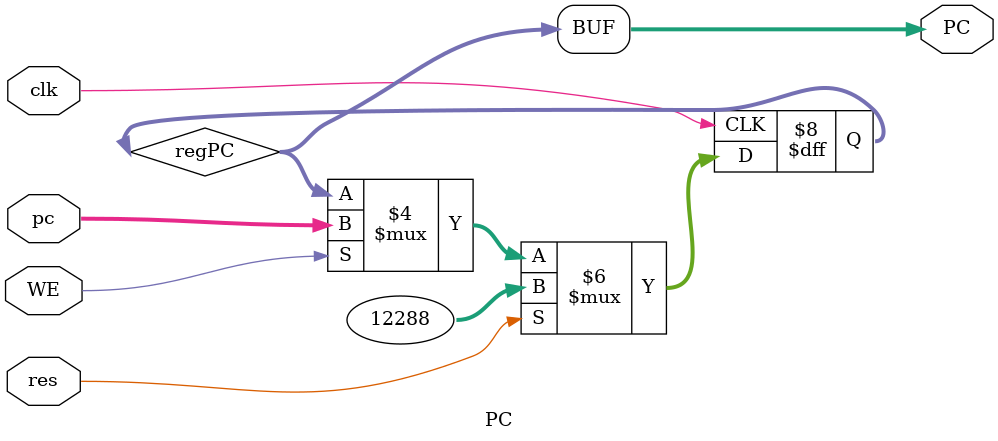
<source format=v>
`timescale 1ns / 1ps
module PC(
	input clk,
   input res,
	input WE,
	input [31:0] pc,
	output [31:0] PC
);
reg [31:0] regPC;

always @(posedge clk) begin
	if (res == 0) begin
		if (WE) regPC <= pc;
	end
	else begin
		regPC <= 32'h3000;
	end
end

assign PC = regPC;


endmodule

</source>
